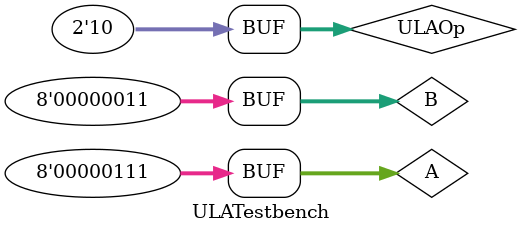
<source format=v>
module ULATestbench;

  reg [7:0] A;
  reg [7:0] B;
  reg [1:0] ULAOp;
  wire zero;
  wire [7:0] result;

  ULA dut (
      A,
      B,
      zero,
      result,
      ULAOp
  );

  initial begin
    $display("Realizando a soma de A = 3 e B = 7");
    A = 3;
    B = 7;
    ULAOp = 0;
    #1;

    $display("Realizando a subtracao de A = 7 e B = 3");
    A = 7;
    B = 3;
    ULAOp = 1;
    #1;

    $display("Realizando a multiplicacao de A = 7 e B = 3");
    A = 7;
    B = 3;
    ULAOp = 2;
    #1;
  end

  initial begin
    $monitor("Time = %0d, A = %d, B = %d, ULAOp = %d, result = %d", $time, A, B, ULAOp, result);
  end

endmodule

</source>
